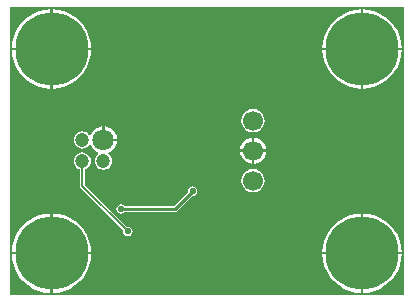
<source format=gbl>
G04*
G04 #@! TF.GenerationSoftware,Altium Limited,Altium Designer,18.1.11 (251)*
G04*
G04 Layer_Physical_Order=2*
G04 Layer_Color=16711680*
%FSLAX25Y25*%
%MOIN*%
G70*
G01*
G75*
%ADD28C,0.00600*%
%ADD29C,0.01000*%
%ADD30C,0.24410*%
%ADD31C,0.06693*%
%ADD32C,0.07087*%
%ADD33C,0.04724*%
%ADD34C,0.02165*%
G36*
X132546Y1313D02*
X1273D01*
Y97113D01*
X132546D01*
Y1313D01*
D02*
G37*
%LPC*%
G36*
X119101Y96482D02*
Y83668D01*
X131915D01*
X131783Y85340D01*
X131298Y87361D01*
X130503Y89281D01*
X129417Y91053D01*
X128067Y92634D01*
X126486Y93984D01*
X124714Y95070D01*
X122794Y95865D01*
X120773Y96350D01*
X119101Y96482D01*
D02*
G37*
G36*
X118301D02*
X116629Y96350D01*
X114608Y95865D01*
X112687Y95070D01*
X110915Y93984D01*
X109335Y92634D01*
X107985Y91053D01*
X106899Y89281D01*
X106104Y87361D01*
X105618Y85340D01*
X105487Y83668D01*
X118301D01*
Y96482D01*
D02*
G37*
G36*
X15558D02*
Y83668D01*
X28372D01*
X28240Y85340D01*
X27755Y87361D01*
X26959Y89281D01*
X25873Y91053D01*
X24523Y92634D01*
X22943Y93984D01*
X21171Y95070D01*
X19251Y95865D01*
X17230Y96350D01*
X15558Y96482D01*
D02*
G37*
G36*
X14758D02*
X13085Y96350D01*
X11064Y95865D01*
X9144Y95070D01*
X7372Y93984D01*
X5791Y92634D01*
X4442Y91053D01*
X3356Y89281D01*
X2560Y87361D01*
X2075Y85340D01*
X1943Y83668D01*
X14758D01*
Y96482D01*
D02*
G37*
G36*
X131915Y82868D02*
X119101D01*
Y70054D01*
X120773Y70185D01*
X122794Y70670D01*
X124714Y71466D01*
X126486Y72552D01*
X128067Y73902D01*
X129417Y75482D01*
X130503Y77254D01*
X131298Y79175D01*
X131783Y81196D01*
X131915Y82868D01*
D02*
G37*
G36*
X118301D02*
X105487D01*
X105618Y81196D01*
X106104Y79175D01*
X106899Y77254D01*
X107985Y75482D01*
X109335Y73902D01*
X110915Y72552D01*
X112687Y71466D01*
X114608Y70670D01*
X116629Y70185D01*
X118301Y70054D01*
Y82868D01*
D02*
G37*
G36*
X28372D02*
X15558D01*
Y70054D01*
X17230Y70185D01*
X19251Y70670D01*
X21171Y71466D01*
X22943Y72552D01*
X24523Y73902D01*
X25873Y75482D01*
X26959Y77254D01*
X27755Y79175D01*
X28240Y81196D01*
X28372Y82868D01*
D02*
G37*
G36*
X14758D02*
X1943D01*
X2075Y81196D01*
X2560Y79175D01*
X3356Y77254D01*
X4442Y75482D01*
X5791Y73902D01*
X7372Y72552D01*
X9144Y71466D01*
X11064Y70670D01*
X13085Y70185D01*
X14758Y70054D01*
Y82868D01*
D02*
G37*
G36*
X82362Y63250D02*
X81358Y63117D01*
X80422Y62730D01*
X79619Y62113D01*
X79002Y61310D01*
X78615Y60374D01*
X78483Y59370D01*
X78615Y58366D01*
X79002Y57430D01*
X79619Y56627D01*
X80422Y56010D01*
X81358Y55623D01*
X82362Y55490D01*
X83366Y55623D01*
X84302Y56010D01*
X85106Y56627D01*
X85722Y57430D01*
X86110Y58366D01*
X86242Y59370D01*
X86110Y60374D01*
X85722Y61310D01*
X85106Y62113D01*
X84302Y62730D01*
X83366Y63117D01*
X82362Y63250D01*
D02*
G37*
G36*
X32065Y57483D02*
X31278Y57379D01*
X30173Y56921D01*
X29224Y56193D01*
X28496Y55244D01*
X28278Y54717D01*
X27705Y54642D01*
X27435Y54994D01*
X26837Y55453D01*
X26141Y55741D01*
X25394Y55840D01*
X24646Y55741D01*
X23950Y55453D01*
X23352Y54994D01*
X22894Y54396D01*
X22605Y53700D01*
X22507Y52953D01*
X22605Y52206D01*
X22894Y51509D01*
X23352Y50911D01*
X23950Y50453D01*
X24646Y50164D01*
X25394Y50066D01*
X26141Y50164D01*
X26837Y50453D01*
X27435Y50911D01*
X27705Y51264D01*
X28278Y51188D01*
X28496Y50661D01*
X29224Y49712D01*
X30173Y48984D01*
X30700Y48766D01*
X30775Y48193D01*
X30423Y47923D01*
X29964Y47325D01*
X29676Y46629D01*
X29578Y45882D01*
X29676Y45135D01*
X29964Y44438D01*
X30423Y43841D01*
X31021Y43382D01*
X31717Y43093D01*
X32465Y42995D01*
X33212Y43093D01*
X33908Y43382D01*
X34506Y43841D01*
X34965Y44438D01*
X35253Y45135D01*
X35351Y45882D01*
X35253Y46629D01*
X34965Y47325D01*
X34506Y47923D01*
X34154Y48193D01*
X34229Y48766D01*
X34756Y48984D01*
X35705Y49712D01*
X36433Y50661D01*
X36891Y51767D01*
X36994Y52553D01*
X32465D01*
Y52953D01*
X32065D01*
Y57483D01*
D02*
G37*
G36*
X32865D02*
Y53353D01*
X36994D01*
X36891Y54139D01*
X36433Y55244D01*
X35705Y56193D01*
X34756Y56921D01*
X33651Y57379D01*
X32865Y57483D01*
D02*
G37*
G36*
X82762Y53701D02*
Y49770D01*
X86694D01*
X86597Y50505D01*
X86159Y51562D01*
X85462Y52470D01*
X84554Y53167D01*
X83497Y53605D01*
X82762Y53701D01*
D02*
G37*
G36*
X81962D02*
X81227Y53605D01*
X80170Y53167D01*
X79262Y52470D01*
X78566Y51562D01*
X78128Y50505D01*
X78031Y49770D01*
X81962D01*
Y53701D01*
D02*
G37*
G36*
X86694Y48970D02*
X82762D01*
Y45039D01*
X83497Y45136D01*
X84554Y45573D01*
X85462Y46270D01*
X86159Y47178D01*
X86597Y48235D01*
X86694Y48970D01*
D02*
G37*
G36*
X81962D02*
X78031D01*
X78128Y48235D01*
X78566Y47178D01*
X79262Y46270D01*
X80170Y45573D01*
X81227Y45136D01*
X81962Y45039D01*
Y48970D01*
D02*
G37*
G36*
X82362Y43250D02*
X81358Y43117D01*
X80422Y42730D01*
X79619Y42113D01*
X79002Y41310D01*
X78615Y40374D01*
X78483Y39370D01*
X78615Y38366D01*
X79002Y37430D01*
X79619Y36627D01*
X80422Y36010D01*
X81358Y35623D01*
X82362Y35490D01*
X83366Y35623D01*
X84302Y36010D01*
X85106Y36627D01*
X85722Y37430D01*
X86110Y38366D01*
X86242Y39370D01*
X86110Y40374D01*
X85722Y41310D01*
X85106Y42113D01*
X84302Y42730D01*
X83366Y43117D01*
X82362Y43250D01*
D02*
G37*
G36*
X62205Y37440D02*
X61587Y37318D01*
X61064Y36968D01*
X60714Y36444D01*
X60591Y35827D01*
X60620Y35684D01*
X55877Y30941D01*
X39608D01*
X39527Y31062D01*
X39003Y31412D01*
X38386Y31535D01*
X37768Y31412D01*
X37245Y31062D01*
X36895Y30539D01*
X36772Y29921D01*
X36895Y29304D01*
X37245Y28780D01*
X37768Y28430D01*
X38386Y28308D01*
X39003Y28430D01*
X39527Y28780D01*
X39608Y28902D01*
X56299D01*
X56689Y28979D01*
X57020Y29200D01*
X62062Y34242D01*
X62205Y34213D01*
X62822Y34336D01*
X63346Y34686D01*
X63696Y35209D01*
X63818Y35827D01*
X63696Y36444D01*
X63346Y36968D01*
X62822Y37318D01*
X62205Y37440D01*
D02*
G37*
G36*
X25394Y48769D02*
X24646Y48670D01*
X23950Y48382D01*
X23352Y47923D01*
X22894Y47325D01*
X22605Y46629D01*
X22507Y45882D01*
X22605Y45135D01*
X22894Y44438D01*
X23352Y43841D01*
X23950Y43382D01*
X24578Y43122D01*
Y37598D01*
X24578Y37598D01*
X24640Y37286D01*
X24817Y37022D01*
X39014Y22825D01*
X38938Y22441D01*
X39060Y21823D01*
X39410Y21300D01*
X39934Y20950D01*
X40551Y20827D01*
X41169Y20950D01*
X41692Y21300D01*
X42042Y21823D01*
X42165Y22441D01*
X42042Y23058D01*
X41692Y23582D01*
X41169Y23932D01*
X40551Y24055D01*
X40167Y23978D01*
X26209Y37936D01*
Y43122D01*
X26837Y43382D01*
X27435Y43841D01*
X27894Y44438D01*
X28182Y45135D01*
X28281Y45882D01*
X28182Y46629D01*
X27894Y47325D01*
X27435Y47923D01*
X26837Y48382D01*
X26141Y48670D01*
X25394Y48769D01*
D02*
G37*
G36*
X119101Y28372D02*
Y15558D01*
X131915D01*
X131783Y17230D01*
X131298Y19251D01*
X130503Y21171D01*
X129417Y22943D01*
X128067Y24523D01*
X126486Y25873D01*
X124714Y26959D01*
X122794Y27755D01*
X120773Y28240D01*
X119101Y28372D01*
D02*
G37*
G36*
X118301D02*
X116629Y28240D01*
X114608Y27755D01*
X112687Y26959D01*
X110915Y25873D01*
X109335Y24523D01*
X107985Y22943D01*
X106899Y21171D01*
X106104Y19251D01*
X105618Y17230D01*
X105487Y15558D01*
X118301D01*
Y28372D01*
D02*
G37*
G36*
X15558D02*
Y15558D01*
X28372D01*
X28240Y17230D01*
X27755Y19251D01*
X26959Y21171D01*
X25873Y22943D01*
X24523Y24523D01*
X22943Y25873D01*
X21171Y26959D01*
X19251Y27755D01*
X17230Y28240D01*
X15558Y28372D01*
D02*
G37*
G36*
X14758D02*
X13085Y28240D01*
X11064Y27755D01*
X9144Y26959D01*
X7372Y25873D01*
X5791Y24523D01*
X4442Y22943D01*
X3356Y21171D01*
X2560Y19251D01*
X2075Y17230D01*
X1943Y15558D01*
X14758D01*
Y28372D01*
D02*
G37*
G36*
X131915Y14758D02*
X119101D01*
Y1943D01*
X120773Y2075D01*
X122794Y2560D01*
X124714Y3356D01*
X126486Y4442D01*
X128067Y5791D01*
X129417Y7372D01*
X130503Y9144D01*
X131298Y11064D01*
X131783Y13085D01*
X131915Y14758D01*
D02*
G37*
G36*
X118301D02*
X105487D01*
X105618Y13085D01*
X106104Y11064D01*
X106899Y9144D01*
X107985Y7372D01*
X109335Y5791D01*
X110915Y4442D01*
X112687Y3356D01*
X114608Y2560D01*
X116629Y2075D01*
X118301Y1943D01*
Y14758D01*
D02*
G37*
G36*
X28372D02*
X15558D01*
Y1943D01*
X17230Y2075D01*
X19251Y2560D01*
X21171Y3356D01*
X22943Y4442D01*
X24523Y5791D01*
X25873Y7372D01*
X26959Y9144D01*
X27755Y11064D01*
X28240Y13085D01*
X28372Y14758D01*
D02*
G37*
G36*
X14758D02*
X1943D01*
X2075Y13085D01*
X2560Y11064D01*
X3356Y9144D01*
X4442Y7372D01*
X5791Y5791D01*
X7372Y4442D01*
X9144Y3356D01*
X11064Y2560D01*
X13085Y2075D01*
X14758Y1943D01*
Y14758D01*
D02*
G37*
%LPD*%
D28*
X25394Y37598D02*
Y45882D01*
Y37598D02*
X40551Y22441D01*
D29*
X38386Y29921D02*
X56299D01*
X62205Y35827D01*
D30*
X118701Y83268D02*
D03*
Y15157D02*
D03*
X15157D02*
D03*
Y83268D02*
D03*
D31*
X82362Y59370D02*
D03*
Y49370D02*
D03*
Y39370D02*
D03*
D32*
X32465Y52953D02*
D03*
D33*
Y45882D02*
D03*
X25394Y52953D02*
D03*
Y45882D02*
D03*
D34*
X116535Y59449D02*
D03*
X126378Y39764D02*
D03*
X96850Y59449D02*
D03*
X106693Y39764D02*
D03*
X96850Y20079D02*
D03*
X87008Y79134D02*
D03*
X77165Y20079D02*
D03*
X67323Y79134D02*
D03*
X47638D02*
D03*
X18110Y59449D02*
D03*
X10630Y39055D02*
D03*
X62205Y35827D02*
D03*
X40551Y22441D02*
D03*
X38386Y29921D02*
D03*
X66693Y46063D02*
D03*
X60236Y27339D02*
D03*
X44193Y57972D02*
D03*
X60630Y21850D02*
D03*
M02*

</source>
